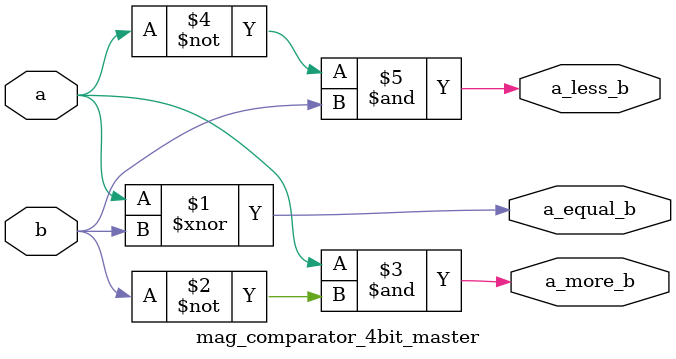
<source format=sv>
module mag_comparator_4bit_master (
// Input and Output 
	// Input Logic
	input logic					a,
	input logic 				b,
	
	// Output logic 
	output logic				a_equal_b,
	output logic				a_more_b,
	output logic				a_less_b
 );

// Local declaration 
	assign 		a_equal_b = a ~^ b;
	assign		a_more_b = a & ~b;
	assign		a_less_b = ~a & b;
	
endmodule

</source>
